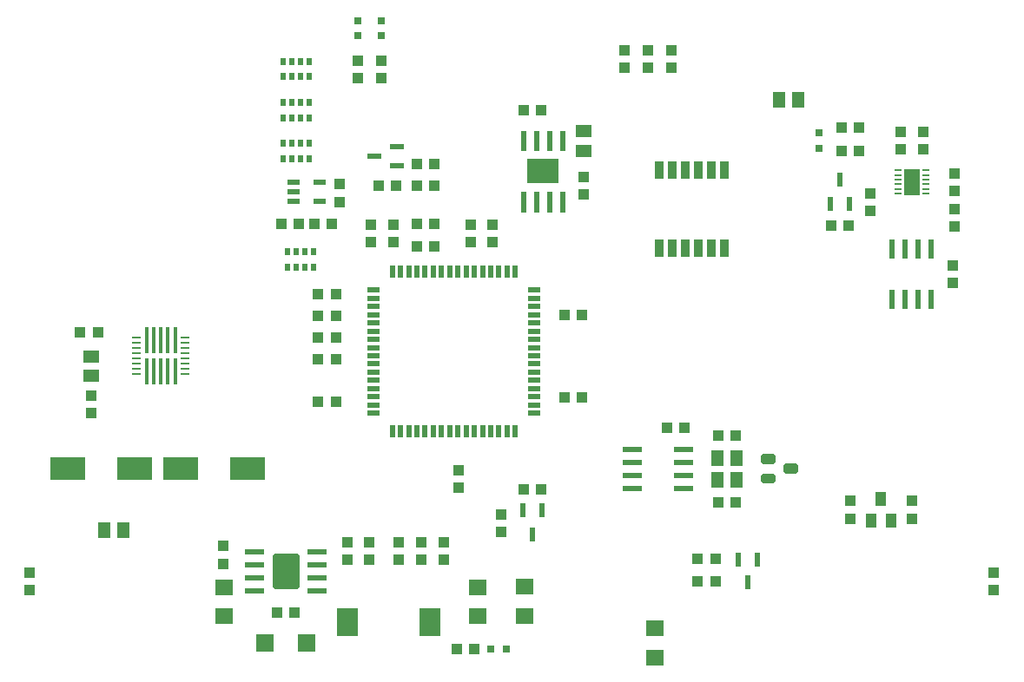
<source format=gbr>
G04 EAGLE Gerber RS-274X export*
G75*
%MOMM*%
%FSLAX34Y34*%
%LPD*%
%INSolderpaste Top*%
%IPPOS*%
%AMOC8*
5,1,8,0,0,1.08239X$1,22.5*%
G01*
%ADD10R,0.800000X0.800000*%
%ADD11R,1.100000X1.000000*%
%ADD12R,1.500000X1.300000*%
%ADD13R,3.479800X2.286000*%
%ADD14R,1.000000X1.100000*%
%ADD15R,1.800000X1.600000*%
%ADD16R,1.800000X1.700000*%
%ADD17R,1.803000X1.600000*%
%ADD18R,1.300000X1.500000*%
%ADD19R,2.000000X2.800000*%
%ADD20R,0.600000X0.800000*%
%ADD21R,0.500000X0.800000*%
%ADD22C,0.475000*%
%ADD23R,1.000000X1.400000*%
%ADD24C,0.654050*%
%ADD25R,1.905000X0.609600*%
%ADD26R,1.320800X0.558800*%
%ADD27R,1.320800X0.508000*%
%ADD28C,0.080000*%
%ADD29R,3.100000X2.400000*%
%ADD30R,0.558800X1.320800*%
%ADD31R,0.558800X1.193800*%
%ADD32R,1.193800X0.558800*%
%ADD33R,1.981200X0.533400*%
%ADD34R,0.700000X0.250000*%
%ADD35R,1.600000X2.500000*%
%ADD36R,0.533400X1.981200*%
%ADD37R,0.900000X0.250000*%
%ADD38R,0.300000X2.500000*%
%ADD39R,1.270000X0.558800*%
%ADD40R,0.812800X1.676400*%


D10*
X494500Y24000D03*
X479500Y24000D03*
D11*
X568500Y350000D03*
X551500Y350000D03*
X511500Y180000D03*
X528500Y180000D03*
D12*
X90000Y309500D03*
X90000Y290500D03*
D13*
X132500Y200000D03*
X67500Y200000D03*
D11*
X407500Y497000D03*
X424500Y497000D03*
X651500Y240000D03*
X668500Y240000D03*
X424500Y417000D03*
X407500Y417000D03*
D14*
X385000Y421500D03*
X385000Y438500D03*
X363000Y421500D03*
X363000Y438500D03*
D11*
X328500Y370000D03*
X311500Y370000D03*
X387500Y476000D03*
X370500Y476000D03*
X568500Y270000D03*
X551500Y270000D03*
X96500Y333000D03*
X79500Y333000D03*
X328500Y349000D03*
X311500Y349000D03*
X328500Y328000D03*
X311500Y328000D03*
X328500Y307000D03*
X311500Y307000D03*
D14*
X656000Y608500D03*
X656000Y591500D03*
X850000Y468500D03*
X850000Y451500D03*
X930000Y398500D03*
X930000Y381500D03*
X30000Y98500D03*
X30000Y81500D03*
X448000Y181500D03*
X448000Y198500D03*
X830000Y168500D03*
X830000Y151500D03*
X890000Y168500D03*
X890000Y151500D03*
D11*
X311500Y265000D03*
X328500Y265000D03*
D14*
X481000Y438500D03*
X481000Y421500D03*
D15*
X220000Y56000D03*
X220000Y84000D03*
D12*
X570000Y529500D03*
X570000Y510500D03*
D11*
X511500Y550000D03*
X528500Y550000D03*
D14*
X932000Y453400D03*
X932000Y436400D03*
D11*
X821500Y510000D03*
X838500Y510000D03*
X828500Y437000D03*
X811500Y437000D03*
D14*
X340000Y128500D03*
X340000Y111500D03*
X90000Y271500D03*
X90000Y254500D03*
D11*
X271500Y60000D03*
X288500Y60000D03*
D14*
X490000Y138500D03*
X490000Y155500D03*
D16*
X300500Y30000D03*
X259500Y30000D03*
D10*
X350000Y637500D03*
X350000Y622500D03*
D17*
X512770Y56360D03*
X512770Y84800D03*
X640000Y15780D03*
X640000Y44220D03*
D18*
X779500Y560000D03*
X760500Y560000D03*
D19*
X339500Y50000D03*
X420500Y50000D03*
D14*
X424500Y439000D03*
X407500Y439000D03*
D18*
X700500Y210000D03*
X719500Y210000D03*
X700500Y189000D03*
X719500Y189000D03*
D11*
X970000Y81500D03*
X970000Y98500D03*
X633000Y591500D03*
X633000Y608500D03*
X460000Y438500D03*
X460000Y421500D03*
X373000Y598500D03*
X373000Y581500D03*
X350000Y598500D03*
X350000Y581500D03*
D14*
X701500Y167000D03*
X718500Y167000D03*
X718500Y232000D03*
X701500Y232000D03*
D11*
X219000Y124500D03*
X219000Y107500D03*
X361000Y111500D03*
X361000Y128500D03*
X879000Y528500D03*
X879000Y511500D03*
X390000Y128500D03*
X390000Y111500D03*
X570000Y484500D03*
X570000Y467500D03*
X901000Y528500D03*
X901000Y511500D03*
X932000Y488500D03*
X932000Y471500D03*
D14*
X838500Y533000D03*
X821500Y533000D03*
D11*
X412000Y111500D03*
X412000Y128500D03*
X434000Y128500D03*
X434000Y111500D03*
D14*
X446500Y24000D03*
X463500Y24000D03*
X424500Y476000D03*
X407500Y476000D03*
D11*
X610000Y608500D03*
X610000Y591500D03*
D20*
X281250Y396500D03*
D21*
X290000Y396500D03*
X298000Y396500D03*
D20*
X306750Y396500D03*
X306750Y411500D03*
D21*
X298000Y411500D03*
X290000Y411500D03*
D20*
X281250Y411500D03*
X302750Y597500D03*
D21*
X294000Y597500D03*
X286000Y597500D03*
D20*
X277250Y597500D03*
X277250Y582500D03*
D21*
X286000Y582500D03*
X294000Y582500D03*
D20*
X302750Y582500D03*
X302750Y517500D03*
D21*
X294000Y517500D03*
X286000Y517500D03*
D20*
X277250Y517500D03*
X277250Y502500D03*
D21*
X286000Y502500D03*
X294000Y502500D03*
D20*
X302750Y502500D03*
X302750Y557500D03*
D21*
X294000Y557500D03*
X286000Y557500D03*
D20*
X277250Y557500D03*
X277250Y542500D03*
D21*
X286000Y542500D03*
X294000Y542500D03*
D20*
X302750Y542500D03*
D10*
X373000Y637500D03*
X373000Y622500D03*
D22*
X745375Y211875D02*
X745375Y207125D01*
X745375Y211875D02*
X754625Y211875D01*
X754625Y207125D01*
X745375Y207125D01*
X745375Y211637D02*
X754625Y211637D01*
X745375Y192875D02*
X745375Y188125D01*
X745375Y192875D02*
X754625Y192875D01*
X754625Y188125D01*
X745375Y188125D01*
X745375Y192637D02*
X754625Y192637D01*
X767375Y197625D02*
X767375Y202375D01*
X776625Y202375D01*
X776625Y197625D01*
X767375Y197625D01*
X767375Y202137D02*
X776625Y202137D01*
D23*
X860000Y171000D03*
X869500Y149000D03*
X850500Y149000D03*
D24*
X289811Y114256D02*
X270189Y114256D01*
X289811Y114256D02*
X289811Y85744D01*
X270189Y85744D01*
X270189Y114256D01*
X270189Y91958D02*
X289811Y91958D01*
X289811Y98172D02*
X270189Y98172D01*
X270189Y104386D02*
X289811Y104386D01*
X289811Y110600D02*
X270189Y110600D01*
D25*
X310480Y80950D03*
X310480Y93650D03*
X310480Y106350D03*
X310480Y119050D03*
X249520Y119050D03*
X249520Y106350D03*
X249520Y93650D03*
X249520Y80950D03*
D26*
X387922Y495602D03*
X387922Y514398D03*
D27*
X366078Y505000D03*
D28*
X513250Y469900D02*
X513250Y450700D01*
X509050Y450700D01*
X509050Y469900D01*
X513250Y469900D01*
X513250Y451460D02*
X509050Y451460D01*
X509050Y452220D02*
X513250Y452220D01*
X513250Y452980D02*
X509050Y452980D01*
X509050Y453740D02*
X513250Y453740D01*
X513250Y454500D02*
X509050Y454500D01*
X509050Y455260D02*
X513250Y455260D01*
X513250Y456020D02*
X509050Y456020D01*
X509050Y456780D02*
X513250Y456780D01*
X513250Y457540D02*
X509050Y457540D01*
X509050Y458300D02*
X513250Y458300D01*
X513250Y459060D02*
X509050Y459060D01*
X509050Y459820D02*
X513250Y459820D01*
X513250Y460580D02*
X509050Y460580D01*
X509050Y461340D02*
X513250Y461340D01*
X513250Y462100D02*
X509050Y462100D01*
X509050Y462860D02*
X513250Y462860D01*
X513250Y463620D02*
X509050Y463620D01*
X509050Y464380D02*
X513250Y464380D01*
X513250Y465140D02*
X509050Y465140D01*
X509050Y465900D02*
X513250Y465900D01*
X513250Y466660D02*
X509050Y466660D01*
X509050Y467420D02*
X513250Y467420D01*
X513250Y468180D02*
X509050Y468180D01*
X509050Y468940D02*
X513250Y468940D01*
X513250Y469700D02*
X509050Y469700D01*
X525950Y469900D02*
X525950Y450700D01*
X521750Y450700D01*
X521750Y469900D01*
X525950Y469900D01*
X525950Y451460D02*
X521750Y451460D01*
X521750Y452220D02*
X525950Y452220D01*
X525950Y452980D02*
X521750Y452980D01*
X521750Y453740D02*
X525950Y453740D01*
X525950Y454500D02*
X521750Y454500D01*
X521750Y455260D02*
X525950Y455260D01*
X525950Y456020D02*
X521750Y456020D01*
X521750Y456780D02*
X525950Y456780D01*
X525950Y457540D02*
X521750Y457540D01*
X521750Y458300D02*
X525950Y458300D01*
X525950Y459060D02*
X521750Y459060D01*
X521750Y459820D02*
X525950Y459820D01*
X525950Y460580D02*
X521750Y460580D01*
X521750Y461340D02*
X525950Y461340D01*
X525950Y462100D02*
X521750Y462100D01*
X521750Y462860D02*
X525950Y462860D01*
X525950Y463620D02*
X521750Y463620D01*
X521750Y464380D02*
X525950Y464380D01*
X525950Y465140D02*
X521750Y465140D01*
X521750Y465900D02*
X525950Y465900D01*
X525950Y466660D02*
X521750Y466660D01*
X521750Y467420D02*
X525950Y467420D01*
X525950Y468180D02*
X521750Y468180D01*
X521750Y468940D02*
X525950Y468940D01*
X525950Y469700D02*
X521750Y469700D01*
X538650Y469900D02*
X538650Y450700D01*
X534450Y450700D01*
X534450Y469900D01*
X538650Y469900D01*
X538650Y451460D02*
X534450Y451460D01*
X534450Y452220D02*
X538650Y452220D01*
X538650Y452980D02*
X534450Y452980D01*
X534450Y453740D02*
X538650Y453740D01*
X538650Y454500D02*
X534450Y454500D01*
X534450Y455260D02*
X538650Y455260D01*
X538650Y456020D02*
X534450Y456020D01*
X534450Y456780D02*
X538650Y456780D01*
X538650Y457540D02*
X534450Y457540D01*
X534450Y458300D02*
X538650Y458300D01*
X538650Y459060D02*
X534450Y459060D01*
X534450Y459820D02*
X538650Y459820D01*
X538650Y460580D02*
X534450Y460580D01*
X534450Y461340D02*
X538650Y461340D01*
X538650Y462100D02*
X534450Y462100D01*
X534450Y462860D02*
X538650Y462860D01*
X538650Y463620D02*
X534450Y463620D01*
X534450Y464380D02*
X538650Y464380D01*
X538650Y465140D02*
X534450Y465140D01*
X534450Y465900D02*
X538650Y465900D01*
X538650Y466660D02*
X534450Y466660D01*
X534450Y467420D02*
X538650Y467420D01*
X538650Y468180D02*
X534450Y468180D01*
X534450Y468940D02*
X538650Y468940D01*
X538650Y469700D02*
X534450Y469700D01*
X551350Y469900D02*
X551350Y450700D01*
X547150Y450700D01*
X547150Y469900D01*
X551350Y469900D01*
X551350Y451460D02*
X547150Y451460D01*
X547150Y452220D02*
X551350Y452220D01*
X551350Y452980D02*
X547150Y452980D01*
X547150Y453740D02*
X551350Y453740D01*
X551350Y454500D02*
X547150Y454500D01*
X547150Y455260D02*
X551350Y455260D01*
X551350Y456020D02*
X547150Y456020D01*
X547150Y456780D02*
X551350Y456780D01*
X551350Y457540D02*
X547150Y457540D01*
X547150Y458300D02*
X551350Y458300D01*
X551350Y459060D02*
X547150Y459060D01*
X547150Y459820D02*
X551350Y459820D01*
X551350Y460580D02*
X547150Y460580D01*
X547150Y461340D02*
X551350Y461340D01*
X551350Y462100D02*
X547150Y462100D01*
X547150Y462860D02*
X551350Y462860D01*
X551350Y463620D02*
X547150Y463620D01*
X547150Y464380D02*
X551350Y464380D01*
X551350Y465140D02*
X547150Y465140D01*
X547150Y465900D02*
X551350Y465900D01*
X551350Y466660D02*
X547150Y466660D01*
X547150Y467420D02*
X551350Y467420D01*
X551350Y468180D02*
X547150Y468180D01*
X547150Y468940D02*
X551350Y468940D01*
X551350Y469700D02*
X547150Y469700D01*
X551350Y510700D02*
X551350Y529900D01*
X551350Y510700D02*
X547150Y510700D01*
X547150Y529900D01*
X551350Y529900D01*
X551350Y511460D02*
X547150Y511460D01*
X547150Y512220D02*
X551350Y512220D01*
X551350Y512980D02*
X547150Y512980D01*
X547150Y513740D02*
X551350Y513740D01*
X551350Y514500D02*
X547150Y514500D01*
X547150Y515260D02*
X551350Y515260D01*
X551350Y516020D02*
X547150Y516020D01*
X547150Y516780D02*
X551350Y516780D01*
X551350Y517540D02*
X547150Y517540D01*
X547150Y518300D02*
X551350Y518300D01*
X551350Y519060D02*
X547150Y519060D01*
X547150Y519820D02*
X551350Y519820D01*
X551350Y520580D02*
X547150Y520580D01*
X547150Y521340D02*
X551350Y521340D01*
X551350Y522100D02*
X547150Y522100D01*
X547150Y522860D02*
X551350Y522860D01*
X551350Y523620D02*
X547150Y523620D01*
X547150Y524380D02*
X551350Y524380D01*
X551350Y525140D02*
X547150Y525140D01*
X547150Y525900D02*
X551350Y525900D01*
X551350Y526660D02*
X547150Y526660D01*
X547150Y527420D02*
X551350Y527420D01*
X551350Y528180D02*
X547150Y528180D01*
X547150Y528940D02*
X551350Y528940D01*
X551350Y529700D02*
X547150Y529700D01*
X538650Y529900D02*
X538650Y510700D01*
X534450Y510700D01*
X534450Y529900D01*
X538650Y529900D01*
X538650Y511460D02*
X534450Y511460D01*
X534450Y512220D02*
X538650Y512220D01*
X538650Y512980D02*
X534450Y512980D01*
X534450Y513740D02*
X538650Y513740D01*
X538650Y514500D02*
X534450Y514500D01*
X534450Y515260D02*
X538650Y515260D01*
X538650Y516020D02*
X534450Y516020D01*
X534450Y516780D02*
X538650Y516780D01*
X538650Y517540D02*
X534450Y517540D01*
X534450Y518300D02*
X538650Y518300D01*
X538650Y519060D02*
X534450Y519060D01*
X534450Y519820D02*
X538650Y519820D01*
X538650Y520580D02*
X534450Y520580D01*
X534450Y521340D02*
X538650Y521340D01*
X538650Y522100D02*
X534450Y522100D01*
X534450Y522860D02*
X538650Y522860D01*
X538650Y523620D02*
X534450Y523620D01*
X534450Y524380D02*
X538650Y524380D01*
X538650Y525140D02*
X534450Y525140D01*
X534450Y525900D02*
X538650Y525900D01*
X538650Y526660D02*
X534450Y526660D01*
X534450Y527420D02*
X538650Y527420D01*
X538650Y528180D02*
X534450Y528180D01*
X534450Y528940D02*
X538650Y528940D01*
X538650Y529700D02*
X534450Y529700D01*
X525950Y529900D02*
X525950Y510700D01*
X521750Y510700D01*
X521750Y529900D01*
X525950Y529900D01*
X525950Y511460D02*
X521750Y511460D01*
X521750Y512220D02*
X525950Y512220D01*
X525950Y512980D02*
X521750Y512980D01*
X521750Y513740D02*
X525950Y513740D01*
X525950Y514500D02*
X521750Y514500D01*
X521750Y515260D02*
X525950Y515260D01*
X525950Y516020D02*
X521750Y516020D01*
X521750Y516780D02*
X525950Y516780D01*
X525950Y517540D02*
X521750Y517540D01*
X521750Y518300D02*
X525950Y518300D01*
X525950Y519060D02*
X521750Y519060D01*
X521750Y519820D02*
X525950Y519820D01*
X525950Y520580D02*
X521750Y520580D01*
X521750Y521340D02*
X525950Y521340D01*
X525950Y522100D02*
X521750Y522100D01*
X521750Y522860D02*
X525950Y522860D01*
X525950Y523620D02*
X521750Y523620D01*
X521750Y524380D02*
X525950Y524380D01*
X525950Y525140D02*
X521750Y525140D01*
X521750Y525900D02*
X525950Y525900D01*
X525950Y526660D02*
X521750Y526660D01*
X521750Y527420D02*
X525950Y527420D01*
X525950Y528180D02*
X521750Y528180D01*
X521750Y528940D02*
X525950Y528940D01*
X525950Y529700D02*
X521750Y529700D01*
X513250Y529900D02*
X513250Y510700D01*
X509050Y510700D01*
X509050Y529900D01*
X513250Y529900D01*
X513250Y511460D02*
X509050Y511460D01*
X509050Y512220D02*
X513250Y512220D01*
X513250Y512980D02*
X509050Y512980D01*
X509050Y513740D02*
X513250Y513740D01*
X513250Y514500D02*
X509050Y514500D01*
X509050Y515260D02*
X513250Y515260D01*
X513250Y516020D02*
X509050Y516020D01*
X509050Y516780D02*
X513250Y516780D01*
X513250Y517540D02*
X509050Y517540D01*
X509050Y518300D02*
X513250Y518300D01*
X513250Y519060D02*
X509050Y519060D01*
X509050Y519820D02*
X513250Y519820D01*
X513250Y520580D02*
X509050Y520580D01*
X509050Y521340D02*
X513250Y521340D01*
X513250Y522100D02*
X509050Y522100D01*
X509050Y522860D02*
X513250Y522860D01*
X513250Y523620D02*
X509050Y523620D01*
X509050Y524380D02*
X513250Y524380D01*
X513250Y525140D02*
X509050Y525140D01*
X509050Y525900D02*
X513250Y525900D01*
X513250Y526660D02*
X509050Y526660D01*
X509050Y527420D02*
X513250Y527420D01*
X513250Y528180D02*
X509050Y528180D01*
X509050Y528940D02*
X513250Y528940D01*
X513250Y529700D02*
X509050Y529700D01*
D29*
X530200Y490300D03*
D30*
X529398Y159938D03*
X510602Y159938D03*
X520000Y136062D03*
D31*
X383600Y392300D03*
X391600Y392300D03*
X399600Y392300D03*
X407600Y392300D03*
X415600Y392300D03*
X423600Y392300D03*
X431600Y392300D03*
X439600Y392300D03*
X447600Y392300D03*
X455600Y392300D03*
X463600Y392300D03*
X471600Y392300D03*
X479600Y392300D03*
X487600Y392300D03*
X495600Y392300D03*
X503600Y392300D03*
D32*
X365600Y318300D03*
X365600Y326300D03*
X365600Y334300D03*
X365600Y342300D03*
X365600Y350300D03*
X365600Y358300D03*
X365600Y366300D03*
X365600Y374300D03*
X365600Y310300D03*
X365600Y302300D03*
X365600Y294300D03*
X365600Y286300D03*
X365600Y278300D03*
X365600Y270300D03*
X365600Y262300D03*
X365600Y254300D03*
D31*
X383600Y236300D03*
X391600Y236300D03*
X399600Y236300D03*
X407600Y236300D03*
X415600Y236300D03*
X423600Y236300D03*
X431600Y236300D03*
X439600Y236300D03*
X447600Y236300D03*
X455600Y236300D03*
X463600Y236300D03*
X471600Y236300D03*
X479600Y236300D03*
X487600Y236300D03*
X495600Y236300D03*
X503600Y236300D03*
D32*
X521600Y254300D03*
X521600Y262300D03*
X521600Y270300D03*
X521600Y278300D03*
X521600Y286300D03*
X521600Y294300D03*
X521600Y302300D03*
X521600Y310300D03*
X521600Y318300D03*
X521600Y326300D03*
X521600Y334300D03*
X521600Y342300D03*
X521600Y350300D03*
X521600Y358300D03*
X521600Y366300D03*
X521600Y374300D03*
D33*
X617862Y218450D03*
X617862Y205750D03*
X617862Y193050D03*
X617862Y180350D03*
X667138Y180350D03*
X667138Y193050D03*
X667138Y205750D03*
X667138Y218450D03*
D30*
X739398Y110922D03*
X720602Y110922D03*
X730000Y89078D03*
X810602Y458062D03*
X829398Y458062D03*
X820000Y481938D03*
D34*
X876500Y491250D03*
X876500Y486750D03*
X876500Y482250D03*
X876500Y477750D03*
X876500Y473250D03*
X876500Y468750D03*
X903500Y468750D03*
X903500Y473250D03*
X903500Y477750D03*
X903500Y482250D03*
X903500Y486750D03*
X903500Y491250D03*
D35*
X890000Y480000D03*
D36*
X909050Y414638D03*
X896350Y414638D03*
X883650Y414638D03*
X870950Y414638D03*
X870950Y365362D03*
X883650Y365362D03*
X896350Y365362D03*
X909050Y365362D03*
D37*
X181500Y292900D03*
X181500Y297900D03*
X181500Y302900D03*
X181500Y307900D03*
X181500Y312900D03*
X181500Y317900D03*
X181500Y322900D03*
X181500Y327900D03*
D38*
X172000Y325900D03*
X165000Y325900D03*
X158000Y325900D03*
X151000Y325900D03*
X144000Y325900D03*
D37*
X134500Y327900D03*
X134500Y322900D03*
X134500Y317900D03*
X134500Y312900D03*
X134500Y307900D03*
X134500Y302900D03*
X134500Y297900D03*
X134500Y292900D03*
D38*
X144000Y294900D03*
X151000Y294900D03*
X158000Y294900D03*
X165000Y294900D03*
X172000Y294900D03*
D10*
X800000Y512500D03*
X800000Y527500D03*
D14*
X681500Y112000D03*
X698500Y112000D03*
X698500Y90000D03*
X681500Y90000D03*
D13*
X177500Y200000D03*
X242500Y200000D03*
D18*
X121500Y140000D03*
X102500Y140000D03*
D39*
X287046Y479398D03*
X287046Y470000D03*
X287046Y460602D03*
X312954Y460602D03*
X312954Y479398D03*
D14*
X324500Y439000D03*
X307500Y439000D03*
X275500Y439000D03*
X292500Y439000D03*
X332000Y460500D03*
X332000Y477500D03*
D15*
X467000Y56000D03*
X467000Y84000D03*
D40*
X643890Y415290D03*
X656590Y415290D03*
X669290Y415290D03*
X681990Y415290D03*
X694690Y415290D03*
X707390Y415290D03*
X707390Y491490D03*
X694690Y491490D03*
X681990Y491490D03*
X669290Y491490D03*
X656590Y491490D03*
X643890Y491490D03*
M02*

</source>
